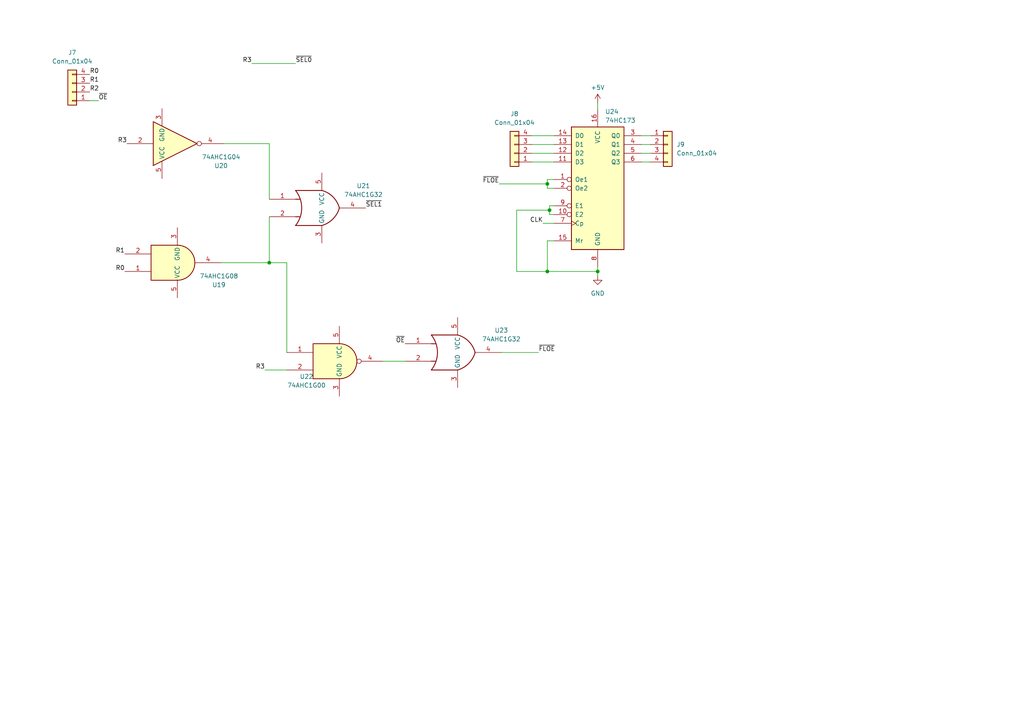
<source format=kicad_sch>
(kicad_sch (version 20250114) (generator "eeschema") (generator_version "9.0")
  (paper "A4")
  (lib_symbols
    (symbol "74xGxx:74AHC1G00"
      (property "Reference" "U" (at -2.54 3.81 0))
      (property "Value" "74AHC1G00" (at 0 -3.81 0))
      (symbol "74AHC1G00_0_1"
        (arc (start 0 5.08) (mid 5.0579 0) (end 0 -5.08) (stroke (width 0.254)) (fill (type background)))
        (polyline (pts (xy 0 -5.08) (xy -7.62 -5.08) (xy -7.62 5.08) (xy 0 5.08)) (stroke (width 0.254)) (fill (type background)))
      )
      (symbol "74AHC1G00_1_1"
        (pin input line (at -15.24 2.54 0) (length 7.62) (name "~") (number "1"))
        (pin input line (at -15.24 -2.54 0) (length 7.62) (name "~") (number "2"))
        (pin power_in line (at 0 10.16 270) (length 5.08) (name "VCC") (number "5"))
        (pin power_in line (at 0 -10.16 90) (length 5.08) (name "GND") (number "3"))
        (pin output inverted (at 12.7 0 180) (length 7.62) (name "~") (number "4"))
      )
    )
    (symbol "74xGxx:74AHC1G04"
      (property "Reference" "U" (at -2.54 3.81 0))
      (property "Value" "74AHC1G04" (at 0 -3.81 0))
      (symbol "74AHC1G04_0_1"
        (polyline (pts (xy -7.62 6.35) (xy -7.62 -6.35) (xy 5.08 0) (xy -7.62 6.35)) (stroke (width 0.254)) (fill (type background)))
      )
      (symbol "74AHC1G04_1_1"
        (pin input line (at -15.24 0 0) (length 7.62) (name "~") (number "2"))
        (pin power_in line (at -5.08 10.16 270) (length 5.08) (name "VCC") (number "5"))
        (pin power_in line (at -5.08 -10.16 90) (length 5.08) (name "GND") (number "3"))
        (pin output inverted (at 12.7 0 180) (length 7.62) (name "~") (number "4"))
      )
    )
    (symbol "74xGxx:74AHC1G08"
      (property "Reference" "U" (at -2.54 3.81 0))
      (property "Value" "74AHC1G08" (at 0 -3.81 0))
      (symbol "74AHC1G08_0_1"
        (arc (start 0 5.08) (mid 5.0579 0) (end 0 -5.08) (stroke (width 0.254)) (fill (type background)))
        (polyline (pts (xy 0 -5.08) (xy -7.62 -5.08) (xy -7.62 5.08) (xy 0 5.08)) (stroke (width 0.254)) (fill (type background)))
      )
      (symbol "74AHC1G08_1_1"
        (pin input line (at -15.24 2.54 0) (length 7.62) (name "~") (number "1"))
        (pin input line (at -15.24 -2.54 0) (length 7.62) (name "~") (number "2"))
        (pin power_in line (at 0 10.16 270) (length 5.08) (name "VCC") (number "5"))
        (pin power_in line (at 0 -10.16 90) (length 5.08) (name "GND") (number "3"))
        (pin output line (at 12.7 0 180) (length 7.62) (name "~") (number "4"))
      )
    )
    (symbol "74xGxx:74AHC1G32"
      (property "Reference" "U" (at -2.54 3.81 0))
      (property "Value" "74AHC1G32" (at 0 -3.81 0))
      (symbol "74AHC1G32_0_1"
        (arc (start -7.62 5.08) (mid -5.838 0) (end -7.62 -5.08) (stroke (width 0.254)))
        (polyline (pts (xy -7.62 2.54) (xy -6.35 2.54)) (stroke (width 0.254)) (fill (type background)))
        (polyline (pts (xy -7.62 -2.54) (xy -6.35 -2.54)) (stroke (width 0.254)) (fill (type background)))
        (arc (start 5.08 0) (mid 3.202 -3.202) (end 0 -5.08) (stroke (width 0.254)))
        (arc (start 0 5.08) (mid 3.2271 3.2271) (end 5.08 0) (stroke (width 0.254)))
        (polyline (pts (xy 0 5.08) (xy -7.62 5.08)) (stroke (width 0.254)) (fill (type background)))
        (polyline (pts (xy 0 -5.08) (xy -7.62 -5.08)) (stroke (width 0.254)) (fill (type background)))
      )
      (symbol "74AHC1G32_1_1"
        (pin input line (at -15.24 2.54 0) (length 7.62) (name "~") (number "1"))
        (pin input line (at -15.24 -2.54 0) (length 7.62) (name "~") (number "2"))
        (pin power_in line (at 0 10.16 270) (length 5.08) (name "VCC") (number "5"))
        (pin power_in line (at 0 -10.16 90) (length 5.08) (name "GND") (number "3"))
        (pin output line (at 12.7 0 180) (length 7.62) (name "~") (number "4"))
      )
    )
    (symbol "74xx:74HC173" (pin_names (offset 1.016))
      (property "Reference" "U" (at -7.62 19.05 0))
      (property "Value" "74HC173" (at -7.62 -19.05 0))
      (symbol "74HC173_1_0"
        (pin input line (at -12.7 15.24 0) (length 5.08) (name "D0") (number "14"))
        (pin input line (at -12.7 12.7 0) (length 5.08) (name "D1") (number "13"))
        (pin input line (at -12.7 10.16 0) (length 5.08) (name "D2") (number "12"))
        (pin input line (at -12.7 7.62 0) (length 5.08) (name "D3") (number "11"))
        (pin input inverted (at -12.7 2.54 0) (length 5.08) (name "Oe1") (number "1"))
        (pin input inverted (at -12.7 0 0) (length 5.08) (name "Oe2") (number "2"))
        (pin input inverted (at -12.7 -5.08 0) (length 5.08) (name "E1") (number "9"))
        (pin input inverted (at -12.7 -7.62 0) (length 5.08) (name "E2") (number "10"))
        (pin input clock (at -12.7 -10.16 0) (length 5.08) (name "Cp") (number "7"))
        (pin input line (at -12.7 -15.24 0) (length 5.08) (name "Mr") (number "15"))
        (pin power_in line (at 0 22.86 270) (length 5.08) (name "VCC") (number "16"))
        (pin power_in line (at 0 -22.86 90) (length 5.08) (name "GND") (number "8"))
        (pin tri_state line (at 12.7 15.24 180) (length 5.08) (name "Q0") (number "3"))
        (pin tri_state line (at 12.7 12.7 180) (length 5.08) (name "Q1") (number "4"))
        (pin tri_state line (at 12.7 10.16 180) (length 5.08) (name "Q2") (number "5"))
        (pin tri_state line (at 12.7 7.62 180) (length 5.08) (name "Q3") (number "6"))
      )
      (symbol "74HC173_1_1"
        (rectangle (start -7.62 17.78) (end 7.62 -17.78) (stroke (width 0.254)) (fill (type background)))
      )
    )
    (symbol "Connector_Generic:Conn_01x04" (pin_names (offset 1.016) (hide yes))
      (property "Reference" "J" (at 0 5.08 0))
      (property "Value" "Conn_01x04" (at 0 -7.62 0))
      (symbol "Conn_01x04_1_1"
        (rectangle (start -1.27 3.81) (end 1.27 -6.35) (stroke (width 0.254)) (fill (type background)))
        (rectangle (start -1.27 2.667) (end 0 2.413) (stroke (width 0.1524)))
        (rectangle (start -1.27 0.127) (end 0 -0.127) (stroke (width 0.1524)))
        (rectangle (start -1.27 -2.413) (end 0 -2.667) (stroke (width 0.1524)))
        (rectangle (start -1.27 -4.953) (end 0 -5.207) (stroke (width 0.1524)))
        (pin passive line (at -5.08 2.54 0) (length 3.81) (name "Pin_1") (number "1"))
        (pin passive line (at -5.08 0 0) (length 3.81) (name "Pin_2") (number "2"))
        (pin passive line (at -5.08 -2.54 0) (length 3.81) (name "Pin_3") (number "3"))
        (pin passive line (at -5.08 -5.08 0) (length 3.81) (name "Pin_4") (number "4"))
      )
    )
    (symbol "power:+5V" (power) (pin_numbers (hide yes)) (pin_names (offset 0) (hide yes))
      (property "Value" "+5V" (at 0 3.556 0))
      (symbol "+5V_0_1"
        (polyline (pts (xy -0.762 1.27) (xy 0 2.54)))
        (polyline (pts (xy 0 2.54) (xy 0.762 1.27)))
        (polyline (pts (xy 0 0) (xy 0 2.54)))
      )
      (symbol "+5V_1_1"
        (pin power_in line (at 0 0 90) (length 0) (name "~") (number "1"))
      )
    )
    (symbol "power:GND" (power) (pin_numbers (hide yes)) (pin_names (offset 0) (hide yes))
      (property "Value" "GND" (at 0 -3.81 0))
      (symbol "GND_0_1"
        (polyline (pts (xy 0 0) (xy 0 -1.27) (xy 1.27 -1.27) (xy 0 -2.54) (xy -1.27 -1.27) (xy 0 -1.27)))
      )
      (symbol "GND_1_1"
        (pin power_in line (at 0 0 270) (length 0) (name "~") (number "1"))
      )
    )
  )
  (junction (at 158.75 53.34))
  (junction (at 78.105 76.2))
  (junction (at 159.385 60.96))
  (junction (at 173.355 78.74))
  (junction (at 158.75 78.74))
  (wire (pts (xy 154.305 44.45) (xy 160.655 44.45)))
  (wire (pts (xy 160.655 59.69) (xy 159.385 59.69)))
  (wire (pts (xy 78.105 41.656) (xy 64.77 41.656)))
  (wire (pts (xy 149.86 60.96) (xy 149.86 78.74)))
  (wire (pts (xy 78.105 41.656) (xy 78.105 57.785)))
  (wire (pts (xy 76.835 107.315) (xy 83.185 107.315)))
  (wire (pts (xy 159.385 60.96) (xy 149.86 60.96)))
  (wire (pts (xy 188.595 46.99) (xy 186.055 46.99)))
  (wire (pts (xy 145.415 102.235) (xy 156.21 102.235)))
  (wire (pts (xy 78.105 76.2) (xy 78.105 62.865)))
  (wire (pts (xy 28.575 29.21) (xy 26.035 29.21)))
  (wire (pts (xy 157.48 64.77) (xy 160.655 64.77)))
  (wire (pts (xy 159.385 59.69) (xy 159.385 60.96)))
  (wire (pts (xy 160.655 69.85) (xy 158.75 69.85)))
  (wire (pts (xy 154.305 39.37) (xy 160.655 39.37)))
  (wire (pts (xy 188.595 44.45) (xy 186.055 44.45)))
  (wire (pts (xy 173.355 78.74) (xy 173.355 80.01)))
  (wire (pts (xy 188.595 41.91) (xy 186.055 41.91)))
  (wire (pts (xy 158.75 54.61) (xy 160.655 54.61)))
  (wire (pts (xy 159.385 60.96) (xy 159.385 62.23)))
  (wire (pts (xy 158.75 53.34) (xy 158.75 54.61)))
  (wire (pts (xy 158.75 69.85) (xy 158.75 78.74)))
  (wire (pts (xy 144.78 53.34) (xy 158.75 53.34)))
  (wire (pts (xy 173.355 29.845) (xy 173.355 31.75)))
  (wire (pts (xy 173.355 77.47) (xy 173.355 78.74)))
  (wire (pts (xy 111.125 104.775) (xy 117.475 104.775)))
  (wire (pts (xy 158.75 52.07) (xy 158.75 53.34)))
  (wire (pts (xy 154.305 41.91) (xy 160.655 41.91)))
  (wire (pts (xy 160.655 52.07) (xy 158.75 52.07)))
  (wire (pts (xy 83.185 76.2) (xy 78.105 76.2)))
  (wire (pts (xy 158.75 78.74) (xy 173.355 78.74)))
  (wire (pts (xy 64.135 76.2) (xy 78.105 76.2)))
  (wire (pts (xy 154.305 46.99) (xy 160.655 46.99)))
  (wire (pts (xy 83.185 102.235) (xy 83.185 76.2)))
  (wire (pts (xy 149.86 78.74) (xy 158.75 78.74)))
  (wire (pts (xy 188.595 39.37) (xy 186.055 39.37)))
  (wire (pts (xy 73.025 18.415) (xy 85.725 18.415)))
  (wire (pts (xy 159.385 62.23) (xy 160.655 62.23)))
  (label "~{FLOE}" (at 156.21 102.235 0))
  (label "R2" (at 26.035 26.67 0))
  (label "CLK" (at 157.48 64.77 180))
  (label "~{SEL0}" (at 85.725 18.415 0))
  (label "R1" (at 26.035 24.13 0))
  (label "R1" (at 36.195 73.66 180))
  (label "~{SEL1}" (at 106.045 60.325 0))
  (label "~{OE}" (at 117.475 99.695 180))
  (label "R3" (at 73.025 18.415 180))
  (label "R3" (at 36.83 41.656 180))
  (label "~{OE}" (at 28.575 29.21 0))
  (label "R0" (at 36.195 78.74 180))
  (label "R0" (at 26.035 21.59 0))
  (label "R3" (at 76.835 107.315 180))
  (label "~{FLOE}" (at 144.78 53.34 180))
  (symbol (lib_id "74xGxx:74AHC1G32") (at 93.345 60.325 0) (unit 1)
    (property "Reference" "U21" (at 105.41 53.9048 0))
    (property "Value" "74AHC1G32" (at 105.41 56.4448 0))
    (property "Footprint" "Package_TO_SOT_SMD:SOT-23-5" (effects (hide yes)))
    (property "Datasheet" "http://www.ti.com/lit/sg/scyt129e/scyt129e.pdf" (effects (hide yes)))
    (property "Description" "Single OR Gate, Low-Voltage CMOS" (effects (hide yes)))
  )
  (symbol (lib_id "74xGxx:74AHC1G32") (at 132.715 102.235 0) (unit 1)
    (property "Reference" "U23" (at 145.415 95.8148 0))
    (property "Value" "74AHC1G32" (at 145.415 98.3548 0))
    (property "Footprint" "Package_TO_SOT_SMD:SOT-23-5" (effects (hide yes)))
    (property "Datasheet" "http://www.ti.com/lit/sg/scyt129e/scyt129e.pdf" (effects (hide yes)))
    (property "Description" "Single OR Gate, Low-Voltage CMOS" (effects (hide yes)))
  )
  (symbol (lib_id "Connector_Generic:Conn_01x04") (at 149.225 44.45 180) (unit 1)
    (property "Reference" "J8" (at 149.225 33.02 0))
    (property "Value" "Conn_01x04" (at 149.225 35.56 0))
    (property "Footprint" "Connector_PinSocket_2.54mm:PinSocket_1x04_P2.54mm_Vertical" (effects (hide yes)))
    (property "Description" "Generic connector, single row, 01x04, script generated (kicad-library-utils/schlib/autogen/connector/)" (effects (hide yes)))
  )
  (symbol (lib_id "74xGxx:74AHC1G00") (at 98.425 104.775 0) (unit 1)
    (property "Reference" "U22" (at 88.9 109.22 0))
    (property "Value" "74AHC1G00" (at 88.9 111.76 0))
    (property "Footprint" "Package_TO_SOT_SMD:SOT-23-5" (effects (hide yes)))
    (property "Datasheet" "http://www.ti.com/lit/sg/scyt129e/scyt129e.pdf" (effects (hide yes)))
    (property "Description" "Single NAND Gate, Low-Voltage CMOS" (effects (hide yes)))
  )
  (symbol (lib_id "Connector_Generic:Conn_01x04") (at 193.675 41.91 0) (unit 1)
    (property "Reference" "J9" (at 196.215 41.9099 0) (effects (justify left)))
    (property "Value" "Conn_01x04" (at 196.215 44.4499 0) (effects (justify left)))
    (property "Footprint" "Connector_PinSocket_2.54mm:PinSocket_1x04_P2.54mm_Vertical" (effects (hide yes)))
    (property "Description" "Generic connector, single row, 01x04, script generated (kicad-library-utils/schlib/autogen/connector/)" (effects (hide yes)))
  )
  (symbol (lib_id "74xGxx:74AHC1G08") (at 51.435 76.2 0) (mirror x) (unit 1)
    (property "Reference" "U19" (at 63.5 82.6202 0))
    (property "Value" "74AHC1G08" (at 63.5 80.0802 0))
    (property "Footprint" "Package_TO_SOT_SMD:SOT-23-5" (effects (hide yes)))
    (property "Datasheet" "http://www.ti.com/lit/sg/scyt129e/scyt129e.pdf" (effects (hide yes)))
    (property "Description" "Single AND Gate, Low-Voltage CMOS" (effects (hide yes)))
  )
  (symbol (lib_id "power:+5V") (at 173.355 29.845 0) (unit 1)
    (property "Reference" "#PWR037" (effects (hide yes)))
    (property "Value" "+5V" (at 173.355 25.4 0))
    (property "Description" "Power symbol creates a global label with name \"+5V\"" (effects (hide yes)))
  )
  (symbol (lib_id "power:GND") (at 173.355 80.01 0) (unit 1)
    (property "Reference" "#PWR038" (effects (hide yes)))
    (property "Value" "GND" (at 173.355 85.09 0))
    (property "Description" "Power symbol creates a global label with name \"GND\" , ground" (effects (hide yes)))
  )
  (symbol (lib_id "74xx:74HC173") (at 173.355 54.61 0) (unit 1)
    (property "Reference" "U24" (at 175.4983 32.385 0) (effects (justify left)))
    (property "Value" "74HC173" (at 175.4983 34.925 0) (effects (justify left)))
    (property "Footprint" "Package_SO:SOIC-16_3.9x9.9mm_P1.27mm" (effects (hide yes)))
    (property "Datasheet" "https://www.ti.com/lit/ds/symlink/cd74hc173.pdf" (effects (hide yes)))
    (property "Description" "4-bit D-type Register, 3 state out" (effects (hide yes)))
  )
  (symbol (lib_id "74xGxx:74AHC1G04") (at 52.07 41.656 0) (mirror x) (unit 1)
    (property "Reference" "U20" (at 64.135 48.0762 0))
    (property "Value" "74AHC1G04" (at 64.135 45.5362 0))
    (property "Footprint" "Package_TO_SOT_SMD:SOT-23-5" (effects (hide yes)))
    (property "Datasheet" "http://www.ti.com/lit/sg/scyt129e/scyt129e.pdf" (effects (hide yes)))
    (property "Description" "Single NOT Gate, Low-Voltage CMOS" (effects (hide yes)))
  )
  (symbol (lib_id "Connector_Generic:Conn_01x04") (at 20.955 26.67 180) (unit 1)
    (property "Reference" "J7" (at 20.955 15.24 0))
    (property "Value" "Conn_01x04" (at 20.955 17.78 0))
    (property "Footprint" "Connector_PinSocket_2.54mm:PinSocket_1x04_P2.54mm_Vertical" (effects (hide yes)))
    (property "Description" "Generic connector, single row, 01x04, script generated (kicad-library-utils/schlib/autogen/connector/)" (effects (hide yes)))
  )
)
</source>
